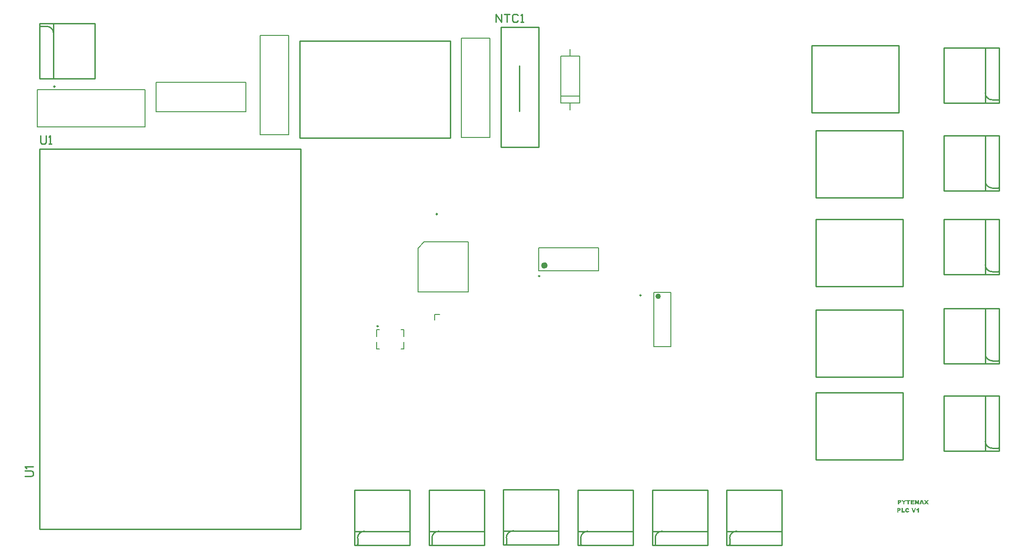
<source format=gbr>
%TF.GenerationSoftware,Altium Limited,Altium Designer,23.11.1 (41)*%
G04 Layer_Color=65535*
%FSLAX45Y45*%
%MOMM*%
%TF.SameCoordinates,7081611A-E9FA-4801-99CF-350105B7A270*%
%TF.FilePolarity,Positive*%
%TF.FileFunction,Legend,Top*%
%TF.Part,Single*%
G01*
G75*
%TA.AperFunction,NonConductor*%
%ADD32C,0.25400*%
%ADD50C,0.25000*%
%ADD51C,0.60000*%
%ADD52C,0.50000*%
%ADD53C,0.20000*%
G36*
X16622765Y987254D02*
X16649126Y947500D01*
X16622340D01*
X16606975Y972311D01*
X16591750Y947500D01*
X16540155D01*
X16536349Y960187D01*
X16509283D01*
X16505476Y947500D01*
X16481088D01*
X16509988Y1024752D01*
X16536208D01*
X16565198Y947636D01*
X16591750Y987676D01*
X16567503Y1024752D01*
X16593864D01*
X16607397Y1000928D01*
X16620790Y1024752D01*
X16646870D01*
X16622765Y987254D01*
D02*
G37*
G36*
X16205211Y979782D02*
Y947500D01*
X16181245D01*
Y979782D01*
X16151077Y1024752D01*
X16177580D01*
X16193086Y998813D01*
X16208736Y1024752D01*
X16235237D01*
X16205211Y979782D01*
D02*
G37*
G36*
X16473055Y947500D02*
X16450497D01*
X16421458Y990073D01*
Y947500D01*
X16399043D01*
Y1024752D01*
X16421178D01*
X16450497Y981897D01*
Y1024752D01*
X16473055D01*
Y947500D01*
D02*
G37*
G36*
X16384947Y1008258D02*
X16344913D01*
Y995994D01*
X16381987D01*
Y980205D01*
X16344913D01*
Y964980D01*
X16386075D01*
Y947500D01*
X16320947D01*
Y1024752D01*
X16384947D01*
Y1008258D01*
D02*
G37*
G36*
X16310092Y1005721D02*
X16285706D01*
Y947500D01*
X16261880D01*
Y1005721D01*
X16237492D01*
Y1024752D01*
X16310092D01*
Y1005721D01*
D02*
G37*
G36*
X16122601Y1024611D02*
X16123730D01*
X16124998Y1024470D01*
X16127818Y1024047D01*
X16130919Y1023201D01*
X16134161Y1022073D01*
X16137263Y1020663D01*
X16138673Y1019677D01*
X16139941Y1018549D01*
X16140083D01*
X16140224Y1018267D01*
X16140504Y1017844D01*
X16140929Y1017421D01*
X16142056Y1016011D01*
X16143184Y1014038D01*
X16144312Y1011500D01*
X16145439Y1008540D01*
X16146144Y1005016D01*
X16146426Y1003183D01*
Y1001069D01*
Y1000928D01*
Y1000505D01*
Y999941D01*
X16146284Y999095D01*
Y998108D01*
X16146004Y996980D01*
X16145580Y994443D01*
X16144736Y991483D01*
X16143466Y988381D01*
X16142619Y986831D01*
X16141774Y985421D01*
X16140646Y984011D01*
X16139378Y982743D01*
X16139236D01*
X16139096Y982461D01*
X16138673Y982179D01*
X16138109Y981756D01*
X16137263Y981192D01*
X16136417Y980628D01*
X16135291Y980064D01*
X16134021Y979500D01*
X16132611Y978936D01*
X16131059Y978372D01*
X16129228Y977809D01*
X16127254Y977245D01*
X16125140Y976822D01*
X16122884Y976540D01*
X16120488Y976399D01*
X16117809Y976258D01*
X16104840D01*
Y947500D01*
X16080875D01*
Y1024752D01*
X16121756D01*
X16122601Y1024611D01*
D02*
G37*
G36*
X16259074Y877148D02*
X16260344D01*
X16261752Y877007D01*
X16263304Y876866D01*
X16264996Y876584D01*
X16268802Y875879D01*
X16272607Y874752D01*
X16276273Y873342D01*
X16277965Y872355D01*
X16279657Y871368D01*
X16279797D01*
X16280080Y871086D01*
X16280502Y870804D01*
X16281065Y870241D01*
X16281770Y869677D01*
X16282617Y868831D01*
X16283463Y867985D01*
X16284450Y866857D01*
X16285435Y865730D01*
X16286423Y864320D01*
X16287550Y862910D01*
X16288538Y861218D01*
X16289523Y859386D01*
X16290511Y857553D01*
X16291357Y855439D01*
X16292203Y853183D01*
X16271057Y848531D01*
Y848672D01*
X16270917Y849095D01*
X16270634Y849800D01*
X16270354Y850505D01*
X16269507Y852196D01*
X16269084Y852901D01*
X16268661Y853606D01*
X16268520Y853747D01*
X16268379Y854029D01*
X16267815Y854593D01*
X16267252Y855157D01*
X16265701Y856566D01*
X16263727Y857835D01*
X16263586Y857976D01*
X16263304Y858117D01*
X16262599Y858399D01*
X16261894Y858681D01*
X16260909Y858963D01*
X16259779Y859104D01*
X16258511Y859386D01*
X16256396D01*
X16255974Y859245D01*
X16254424Y859104D01*
X16252589Y858540D01*
X16250616Y857835D01*
X16248502Y856566D01*
X16246529Y855016D01*
X16245683Y853888D01*
X16244836Y852760D01*
X16244696Y852478D01*
X16244273Y851914D01*
X16243851Y850646D01*
X16243286Y849095D01*
X16242581Y846981D01*
X16242159Y844443D01*
X16241736Y841342D01*
X16241595Y837677D01*
Y837536D01*
Y837113D01*
Y836408D01*
Y835562D01*
X16241736Y834575D01*
Y833306D01*
X16242018Y830628D01*
X16242581Y827809D01*
X16243146Y824848D01*
X16244131Y822170D01*
X16244696Y821042D01*
X16245401Y820055D01*
X16245541Y819914D01*
X16246106Y819350D01*
X16247092Y818646D01*
X16248219Y817800D01*
X16249771Y816813D01*
X16251744Y816108D01*
X16253859Y815544D01*
X16256396Y815403D01*
X16257524D01*
X16258794Y815544D01*
X16260344Y815826D01*
X16262035Y816390D01*
X16263727Y816954D01*
X16265419Y817941D01*
X16266827Y819209D01*
X16266969Y819350D01*
X16267392Y819914D01*
X16268097Y820760D01*
X16268802Y822029D01*
X16269649Y823580D01*
X16270493Y825553D01*
X16271339Y827809D01*
X16272044Y830487D01*
X16292908Y824002D01*
Y823861D01*
X16292767Y823580D01*
X16292625Y823157D01*
X16292485Y822593D01*
X16292062Y820901D01*
X16291216Y818927D01*
X16290370Y816531D01*
X16289102Y814135D01*
X16287833Y811738D01*
X16286140Y809342D01*
X16286000Y809060D01*
X16285295Y808355D01*
X16284309Y807368D01*
X16283040Y805958D01*
X16281348Y804549D01*
X16279517Y803139D01*
X16277260Y801729D01*
X16274864Y800460D01*
X16274722D01*
X16274582Y800319D01*
X16274159Y800178D01*
X16273737Y800038D01*
X16272185Y799474D01*
X16270212Y799051D01*
X16267815Y798487D01*
X16264854Y797923D01*
X16261472Y797641D01*
X16257806Y797500D01*
X16255692D01*
X16254564Y797641D01*
X16253436D01*
X16252026Y797782D01*
X16250476Y797923D01*
X16247234Y798346D01*
X16243709Y799051D01*
X16240326Y799897D01*
X16237083Y801024D01*
X16236943D01*
X16236803Y801165D01*
X16236378Y801447D01*
X16235815Y801729D01*
X16234264Y802716D01*
X16232433Y803985D01*
X16230318Y805817D01*
X16227921Y807932D01*
X16225665Y810610D01*
X16223410Y813853D01*
Y813994D01*
X16223128Y814275D01*
X16222845Y814839D01*
X16222565Y815544D01*
X16222141Y816390D01*
X16221577Y817518D01*
X16221013Y818787D01*
X16220590Y820337D01*
X16220026Y821888D01*
X16219463Y823720D01*
X16219038Y825694D01*
X16218475Y827809D01*
X16218195Y830064D01*
X16217912Y832461D01*
X16217630Y837536D01*
Y837817D01*
Y838381D01*
X16217770Y839368D01*
Y840637D01*
X16217912Y842329D01*
X16218195Y844161D01*
X16218475Y846135D01*
X16218898Y848390D01*
X16219463Y850787D01*
X16220168Y853183D01*
X16220872Y855580D01*
X16221860Y858117D01*
X16223128Y860514D01*
X16224396Y862769D01*
X16225948Y865025D01*
X16227780Y866998D01*
X16227921Y867139D01*
X16228201Y867421D01*
X16228906Y867985D01*
X16229613Y868549D01*
X16230740Y869395D01*
X16232008Y870241D01*
X16233418Y871227D01*
X16235251Y872214D01*
X16237083Y873060D01*
X16239339Y874047D01*
X16241736Y874893D01*
X16244273Y875738D01*
X16247092Y876302D01*
X16250053Y876866D01*
X16253294Y877148D01*
X16256677Y877289D01*
X16258089D01*
X16259074Y877148D01*
D02*
G37*
G36*
X16387781Y798769D02*
X16361983D01*
X16332802Y876020D01*
X16357755D01*
X16375093Y820337D01*
X16392291Y876020D01*
X16416537D01*
X16387781Y798769D01*
D02*
G37*
G36*
X16469684D02*
X16447975D01*
Y850082D01*
X16447693Y849941D01*
X16447128Y849377D01*
X16446001Y848672D01*
X16444733Y847685D01*
X16443182Y846699D01*
X16441348Y845571D01*
X16439517Y844443D01*
X16437685Y843456D01*
X16437402Y843315D01*
X16436838Y843033D01*
X16435710Y842610D01*
X16434302Y842047D01*
X16432468Y841342D01*
X16430495Y840496D01*
X16428098Y839791D01*
X16425420Y838945D01*
Y856426D01*
X16425560D01*
X16425842Y856566D01*
X16426405Y856848D01*
X16427252Y856989D01*
X16428098Y857412D01*
X16429227Y857835D01*
X16431622Y858822D01*
X16434302Y860091D01*
X16437120Y861500D01*
X16439938Y863051D01*
X16442336Y864884D01*
X16442477D01*
X16442618Y865166D01*
X16443323Y865730D01*
X16444450Y866857D01*
X16445860Y868408D01*
X16447411Y870100D01*
X16448962Y872214D01*
X16450513Y874611D01*
X16451923Y877289D01*
X16469684D01*
Y798769D01*
D02*
G37*
G36*
X16172237Y817800D02*
X16209595D01*
Y798769D01*
X16148413D01*
Y876020D01*
X16172237D01*
Y817800D01*
D02*
G37*
G36*
X16112044Y875879D02*
X16113171D01*
X16114439Y875738D01*
X16117259Y875315D01*
X16120360Y874470D01*
X16123602Y873342D01*
X16126704Y871932D01*
X16128114Y870945D01*
X16129382Y869818D01*
X16129523D01*
X16129665Y869536D01*
X16129945Y869113D01*
X16130370Y868690D01*
X16131497Y867280D01*
X16132625Y865307D01*
X16133752Y862769D01*
X16134880Y859809D01*
X16135585Y856285D01*
X16135867Y854452D01*
Y852337D01*
Y852196D01*
Y851774D01*
Y851210D01*
X16135725Y850364D01*
Y849377D01*
X16135445Y848249D01*
X16135020Y845712D01*
X16134177Y842751D01*
X16132907Y839650D01*
X16132060Y838099D01*
X16131215Y836690D01*
X16130087Y835280D01*
X16128819Y834011D01*
X16128677D01*
X16128537Y833729D01*
X16128114Y833447D01*
X16127550Y833024D01*
X16126704Y832461D01*
X16125858Y831897D01*
X16124731Y831333D01*
X16123462Y830769D01*
X16122052Y830205D01*
X16120502Y829641D01*
X16118669Y829077D01*
X16116695Y828513D01*
X16114581Y828091D01*
X16112325Y827809D01*
X16109929Y827668D01*
X16107249Y827527D01*
X16094281D01*
Y798769D01*
X16070316D01*
Y876020D01*
X16111197D01*
X16112044Y875879D01*
D02*
G37*
%LPC*%
G36*
X16522816Y1004593D02*
X16514359Y976963D01*
X16531274D01*
X16522816Y1004593D01*
D02*
G37*
G36*
X16111607Y1009104D02*
X16104840D01*
Y991906D01*
X16111748D01*
X16113016Y992047D01*
X16114426Y992188D01*
X16115977Y992469D01*
X16117668Y992892D01*
X16119078Y993456D01*
X16120348Y994161D01*
X16120488Y994302D01*
X16120770Y994584D01*
X16121193Y995148D01*
X16121756Y995853D01*
X16122321Y996699D01*
X16122743Y997826D01*
X16123026Y998954D01*
X16123166Y1000364D01*
Y1000505D01*
Y1000928D01*
X16123026Y1001632D01*
X16122884Y1002478D01*
X16122601Y1003465D01*
X16122038Y1004593D01*
X16121474Y1005580D01*
X16120628Y1006566D01*
X16120488Y1006707D01*
X16120206Y1006989D01*
X16119501Y1007412D01*
X16118655Y1007835D01*
X16117386Y1008258D01*
X16115836Y1008681D01*
X16113863Y1008963D01*
X16111607Y1009104D01*
D02*
G37*
G36*
X16101048Y860373D02*
X16094281D01*
Y843174D01*
X16101189D01*
X16102457Y843315D01*
X16103867Y843456D01*
X16105418Y843738D01*
X16107109Y844161D01*
X16108519Y844725D01*
X16109789Y845430D01*
X16109929Y845571D01*
X16110211Y845853D01*
X16110634Y846417D01*
X16111197Y847121D01*
X16111761Y847967D01*
X16112184Y849095D01*
X16112466Y850223D01*
X16112607Y851633D01*
Y851774D01*
Y852196D01*
X16112466Y852901D01*
X16112325Y853747D01*
X16112044Y854734D01*
X16111479Y855862D01*
X16110915Y856848D01*
X16110069Y857835D01*
X16109929Y857976D01*
X16109647Y858258D01*
X16108942Y858681D01*
X16108096Y859104D01*
X16106827Y859527D01*
X16105276Y859950D01*
X16103304Y860232D01*
X16101048Y860373D01*
D02*
G37*
%LPD*%
D32*
X10252567Y209619D02*
G03*
X10264466Y197720I11899J0D01*
G01*
X10379567Y451720D02*
G03*
X10252567Y324720I0J-127000D01*
G01*
X13116367Y451720D02*
G03*
X12989366Y324720I0J-127000D01*
G01*
Y209619D02*
G03*
X13001266Y197720I11899J0D01*
G01*
X6147367Y209619D02*
G03*
X6159267Y197720I11899J0D01*
G01*
X6274367Y451720D02*
G03*
X6147367Y324720I0J-127000D01*
G01*
X7515767Y209619D02*
G03*
X7527666Y197720I11899J0D01*
G01*
X7642767Y451720D02*
G03*
X7515767Y324720I0J-127000D01*
G01*
X8884167Y217399D02*
G03*
X8896066Y205500I11899J0D01*
G01*
X9011167Y459500D02*
G03*
X8884167Y332500I0J-127000D01*
G01*
X11620967Y209619D02*
G03*
X11632866Y197720I11899J0D01*
G01*
X11747967Y451720D02*
G03*
X11620967Y324720I0J-127000D01*
G01*
X17690500Y8523697D02*
G03*
X17817500Y8396697I127000J0D01*
G01*
X17932600D02*
G03*
X17944501Y8408597I0J11899D01*
G01*
X17690500Y6900637D02*
G03*
X17817500Y6773637I127000J0D01*
G01*
X17932600D02*
G03*
X17944501Y6785537I0J11899D01*
G01*
X17690500Y5358857D02*
G03*
X17817500Y5231857I127000J0D01*
G01*
X17932600D02*
G03*
X17944501Y5243757I0J11899D01*
G01*
X17690500Y3718017D02*
G03*
X17817500Y3591017I127000J0D01*
G01*
X17932600D02*
G03*
X17944501Y3602917I0J11899D01*
G01*
X17690500Y2107657D02*
G03*
X17817500Y1980657I127000J0D01*
G01*
X17932600D02*
G03*
X17944501Y1992557I0J11899D01*
G01*
X556800Y9623153D02*
G03*
X429800Y9750153I-127000J0D01*
G01*
X314699D02*
G03*
X302800Y9738253I0J-11899D01*
G01*
X6528712Y4227220D02*
G03*
X6528712Y4227220I-11412J0D01*
G01*
X9126900Y8186700D02*
Y9024900D01*
X8784000Y7526300D02*
X9482500D01*
X8784000Y9736100D02*
X9482500D01*
X8784000Y7526300D02*
Y9736100D01*
X9482500Y7526300D02*
Y9736100D01*
X5105300Y492399D02*
Y7492385D01*
X304700Y492399D02*
Y7492385D01*
X5105300D01*
X304700Y492399D02*
X5105300D01*
X10198499Y197720D02*
X11214499D01*
X10198499Y451720D02*
X11214499D01*
Y197720D02*
Y451720D01*
X10198499Y197720D02*
Y451720D01*
Y197720D02*
X11214499D01*
X10198499Y1213720D02*
X11214499D01*
Y197720D02*
Y1213720D01*
X10198499Y197720D02*
Y1213720D01*
X10252567Y209619D02*
Y324720D01*
X10379567Y451720D02*
X10456311D01*
X13116367D02*
X13193111D01*
X12989366Y209619D02*
Y324720D01*
X12935300Y197720D02*
Y1213720D01*
X13951299Y197720D02*
Y1213720D01*
X12935300D02*
X13951299D01*
X12935300Y197720D02*
X13951299D01*
X12935300D02*
Y451720D01*
X13951299Y197720D02*
Y451720D01*
X12935300D02*
X13951299D01*
X12935300Y197720D02*
X13951299D01*
X6093300D02*
X7109300D01*
X6093300Y451720D02*
X7109300D01*
Y197720D02*
Y451720D01*
X6093300Y197720D02*
Y451720D01*
Y197720D02*
X7109300D01*
X6093300Y1213720D02*
X7109300D01*
Y197720D02*
Y1213720D01*
X6093300Y197720D02*
Y1213720D01*
X6147367Y209619D02*
Y324720D01*
X6274367Y451720D02*
X6351112D01*
X7461700Y197720D02*
X8477700D01*
X7461700Y451720D02*
X8477700D01*
Y197720D02*
Y451720D01*
X7461700Y197720D02*
Y451720D01*
Y197720D02*
X8477700D01*
X7461700Y1213720D02*
X8477700D01*
Y197720D02*
Y1213720D01*
X7461700Y197720D02*
Y1213720D01*
X7515767Y209619D02*
Y324720D01*
X7642767Y451720D02*
X7719512D01*
X8830099Y205500D02*
X9846099D01*
X8830099Y459500D02*
X9846099D01*
Y205500D02*
Y459500D01*
X8830099Y205500D02*
Y459500D01*
Y205500D02*
X9846099D01*
X8830099Y1221500D02*
X9846099D01*
Y205500D02*
Y1221500D01*
X8830099Y205500D02*
Y1221500D01*
X8884167Y217399D02*
Y332500D01*
X9011167Y459500D02*
X9087911D01*
X11566899Y197720D02*
X12582899D01*
X11566899Y451720D02*
X12582899D01*
Y197720D02*
Y451720D01*
X11566899Y197720D02*
Y451720D01*
Y197720D02*
X12582899D01*
X11566899Y1213720D02*
X12582899D01*
Y197720D02*
Y1213720D01*
X11566899Y197720D02*
Y1213720D01*
X11620967Y209619D02*
Y324720D01*
X11747967Y451720D02*
X11824711D01*
X14579601Y3294380D02*
Y4526280D01*
X16179800Y3294380D02*
Y4526280D01*
X14579601D02*
X16179800D01*
X14579601Y3294380D02*
X16179800D01*
X14579601Y1770380D02*
Y3002280D01*
X16179800Y1770380D02*
Y3002280D01*
X14579601D02*
X16179800D01*
X14579601Y1770380D02*
X16179800D01*
X14497874Y8163307D02*
Y9395207D01*
X16098074Y8163307D02*
Y9395207D01*
X14497874D02*
X16098074D01*
X14497874Y8163307D02*
X16098074D01*
X14579601Y6596380D02*
Y7828280D01*
X16179800Y6596380D02*
Y7828280D01*
X14579601D02*
X16179800D01*
X14579601Y6596380D02*
X16179800D01*
X14579601Y4960620D02*
Y6192520D01*
X16179800Y4960620D02*
Y6192520D01*
X14579601D02*
X16179800D01*
X14579601Y4960620D02*
X16179800D01*
X17690500Y8523697D02*
Y8600442D01*
X17817500Y8396697D02*
X17932600D01*
X16928500Y8342630D02*
X17944501D01*
X16928500Y9358630D02*
X17944501D01*
X16928500Y8342630D02*
Y9358630D01*
X17944501Y8342630D02*
Y9358630D01*
X17690500Y8342630D02*
X17944501D01*
X17690500Y9358630D02*
X17944501D01*
X17690500Y8342630D02*
Y9358630D01*
X17944501Y8342630D02*
Y9358630D01*
X17690500Y6900637D02*
Y6977382D01*
X17817500Y6773637D02*
X17932600D01*
X16928500Y6719570D02*
X17944501D01*
X16928500Y7735570D02*
X17944501D01*
X16928500Y6719570D02*
Y7735570D01*
X17944501Y6719570D02*
Y7735570D01*
X17690500Y6719570D02*
X17944501D01*
X17690500Y7735570D02*
X17944501D01*
X17690500Y6719570D02*
Y7735570D01*
X17944501Y6719570D02*
Y7735570D01*
X17690500Y5358857D02*
Y5435602D01*
X17817500Y5231857D02*
X17932600D01*
X16928500Y5177790D02*
X17944501D01*
X16928500Y6193790D02*
X17944501D01*
X16928500Y5177790D02*
Y6193790D01*
X17944501Y5177790D02*
Y6193790D01*
X17690500Y5177790D02*
X17944501D01*
X17690500Y6193790D02*
X17944501D01*
X17690500Y5177790D02*
Y6193790D01*
X17944501Y5177790D02*
Y6193790D01*
X17690500Y3718017D02*
Y3794762D01*
X17817500Y3591017D02*
X17932600D01*
X16928500Y3536950D02*
X17944501D01*
X16928500Y4552950D02*
X17944501D01*
X16928500Y3536950D02*
Y4552950D01*
X17944501Y3536950D02*
Y4552950D01*
X17690500Y3536950D02*
X17944501D01*
X17690500Y4552950D02*
X17944501D01*
X17690500Y3536950D02*
Y4552950D01*
X17944501Y3536950D02*
Y4552950D01*
X17690500Y2107657D02*
Y2184402D01*
X17817500Y1980657D02*
X17932600D01*
X16928500Y1926590D02*
X17944501D01*
X16928500Y2942590D02*
X17944501D01*
X16928500Y1926590D02*
Y2942590D01*
X17944501Y1926590D02*
Y2942590D01*
X17690500Y1926590D02*
X17944501D01*
X17690500Y2942590D02*
X17944501D01*
X17690500Y1926590D02*
Y2942590D01*
X17944501Y1926590D02*
Y2942590D01*
X302800Y8788220D02*
Y9804220D01*
X556800Y8788220D02*
Y9804220D01*
X302800Y8788220D02*
X556800D01*
X302800Y9804220D02*
X556800D01*
Y9546408D02*
Y9623153D01*
X314699Y9750153D02*
X429800D01*
X302800Y9804220D02*
X1318800D01*
X302800Y8788220D02*
X1318800D01*
Y9804220D01*
X302800Y8788220D02*
Y9804220D01*
X5085901Y7692899D02*
X7854501D01*
X5085901Y9483599D02*
X7854501D01*
Y7692899D02*
Y9483599D01*
X5085901Y7692899D02*
Y9483599D01*
X8689340Y9824720D02*
Y9977071D01*
X8790907Y9824720D01*
Y9977071D01*
X8841691D02*
X8943258D01*
X8892474D01*
Y9824720D01*
X9095609Y9951679D02*
X9070217Y9977071D01*
X9019433D01*
X8994041Y9951679D01*
Y9850112D01*
X9019433Y9824720D01*
X9070217D01*
X9095609Y9850112D01*
X9146392Y9824720D02*
X9197176D01*
X9171784D01*
Y9977071D01*
X9146392Y9951679D01*
X317500Y7734251D02*
Y7607292D01*
X342892Y7581900D01*
X393675D01*
X419067Y7607292D01*
Y7734251D01*
X469851Y7581900D02*
X520634D01*
X495243D01*
Y7734251D01*
X469851Y7708859D01*
X34005Y1462116D02*
X142838D01*
X164605Y1469372D01*
X179116Y1483883D01*
X186372Y1505650D01*
Y1520161D01*
X179116Y1541928D01*
X164605Y1556439D01*
X142838Y1563695D01*
X34005D01*
X63027Y1605777D02*
X55771Y1620288D01*
X34005Y1642055D01*
X186372D01*
D50*
X584800Y8642220D02*
G03*
X584800Y8642220I-12500J0D01*
G01*
X9500000Y5150000D02*
G03*
X9500000Y5150000I-12500J0D01*
G01*
X7614800Y6292220D02*
G03*
X7614800Y6292220I-12500J0D01*
G01*
X11361860Y4798060D02*
G03*
X11361860Y4798060I-12500J0D01*
G01*
D51*
X9612500Y5346000D02*
G03*
X9612500Y5346000I-30000J0D01*
G01*
D52*
X11699360Y4778560D02*
G03*
X11699360Y4778560I-25000J0D01*
G01*
D53*
X10057500Y8211250D02*
Y8338250D01*
Y9201750D02*
Y9328750D01*
X9883000Y8338250D02*
Y9201750D01*
Y8338250D02*
X10232000D01*
Y9201750D01*
X9883000D02*
X10232000D01*
X9883000Y8465300D02*
X10232000D01*
X7566348Y4341933D02*
Y4447500D01*
X7662500D01*
X257300Y7902220D02*
Y8582220D01*
X2237300D01*
Y7902220D02*
Y8582220D01*
X257300Y7902220D02*
X2237300D01*
X8060000Y9532500D02*
X8580000D01*
X8060000Y7702500D02*
Y9532500D01*
Y7702500D02*
X8580000D01*
Y9532500D01*
X9482500Y5246000D02*
X10582500D01*
X9482500Y5676000D02*
X10582500D01*
X9482500Y5246000D02*
Y5676000D01*
X10582500Y5246000D02*
Y5676000D01*
X4357500Y9585000D02*
X4877500D01*
X4357500Y7755000D02*
Y9585000D01*
Y7755000D02*
X4877500D01*
Y9585000D01*
X2442500Y8180000D02*
Y8720000D01*
Y8180000D02*
X4092500D01*
Y8720000D01*
X2442500D02*
X4092500D01*
X6497300Y3807220D02*
Y3937220D01*
Y3807220D02*
X6547300D01*
X6997300D02*
Y3937220D01*
X6947300Y3807220D02*
X6997300D01*
Y4037220D02*
Y4167220D01*
X6947300D02*
X6997300D01*
X6497300Y4037220D02*
Y4167220D01*
X6547300D01*
X7260800Y4855721D02*
Y5665220D01*
Y4855721D02*
X8183799D01*
Y5778719D01*
X7374300D02*
X8183799D01*
X7260800Y5665220D02*
X7374300Y5778719D01*
X11599360Y3853560D02*
Y4853560D01*
Y3853560D02*
X11909360D01*
Y4853560D01*
X11599360D02*
X11909360D01*
X11599360Y3853560D02*
X11909360D01*
%TF.MD5,af9de7266d4206110d970cab4bb1f574*%
M02*

</source>
